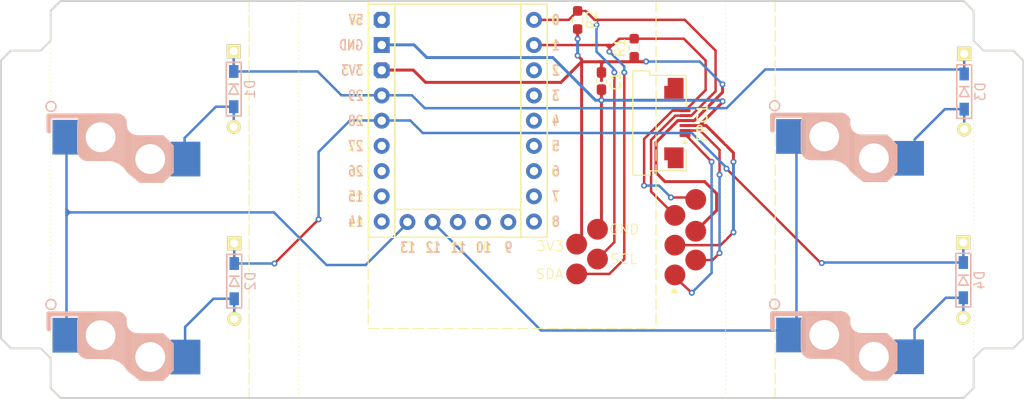
<source format=kicad_pcb>
(kicad_pcb (version 20241229) (generator "pcbnew") (generator_version "9.0")
  (layers (0 "F.Cu" signal) (2 "B.Cu" signal) (13 "F.Paste" user) (15 "B.Paste" user) (5 "F.SilkS" user "F.Silkscreen") (7 "B.SilkS" user "B.Silkscreen") (1 "F.Mask" user) (3 "B.Mask" user) (25 "Edge.Cuts" user))
  (net 0 "")
  (net 1 "GND")
  (net 2 "3V3")
  (net 3 "Net-(D1-A)")
  (net 4 "Row0")
  (net 5 "Row1")
  (net 6 "Net-(D2-A)")
  (net 7 "Net-(D3-A)")
  (net 8 "Net-(D4-A)")
  (net 9 "SDA")
  (net 10 "SCL")
  (net 11 "Col0")
  (net 12 "Col1")
  (net 23 "VCC")
  (net 28 "unconnected-(FPC1-Pad1)")
  (net 29 "unconnected-(FPC1-Pad2)")
  (footprint "kbd_Parts:Diode_TH_SMD" (layer "F.Cu") (at 43.5 48.225 -90)
    (property "Reference" "D2" (at 0 -1.63 90) (layer "B.SilkS") (effects (font (thickness 0.125)) (justify mirror)))
    (property "Value" "D" (hide yes))
    (pad "1" thru_hole rect (at -3.81 0 270) (size 1.397 1.397) (drill 0.8128) (layers "*.Cu" "*.Mask" "F.SilkS") (net 5 "Row1"))
    (pad "1" smd rect (at -1.775 0 270) (size 1.3 0.95) (layers "B.Cu" "B.Mask" "B.Paste") (net 5 "Row1"))
    (pad "2" smd rect (at 1.775 0 270) (size 1.3 0.95) (layers "B.Cu" "B.Mask" "B.Paste") (net 6 "Net-(D2-A)"))
    (pad "2" thru_hole circle (at 3.81 0 270) (size 1.397 1.397) (drill 0.8128) (layers "*.Cu" "*.Mask" "F.SilkS") (net 6 "Net-(D2-A)"))
  )
  (footprint "kbd_Parts:Diode_TH_SMD" (layer "F.Cu") (at 43.45 28.875 -90)
    (property "Reference" "D1" (at 0 -1.63 90) (layer "B.SilkS") (effects (font (thickness 0.125)) (justify mirror)))
    (property "Value" "D" (hide yes))
    (pad "1" thru_hole rect (at -3.81 0 270) (size 1.397 1.397) (drill 0.8128) (layers "*.Cu" "*.Mask" "F.SilkS") (net 4 "Row0"))
    (pad "1" smd rect (at -1.775 0 270) (size 1.3 0.95) (layers "B.Cu" "B.Mask" "B.Paste") (net 4 "Row0"))
    (pad "2" smd rect (at 1.775 0 270) (size 1.3 0.95) (layers "B.Cu" "B.Mask" "B.Paste") (net 3 "Net-(D1-A)"))
    (pad "2" thru_hole circle (at 3.81 0 270) (size 1.397 1.397) (drill 0.8128) (layers "*.Cu" "*.Mask" "F.SilkS") (net 3 "Net-(D1-A)"))
  )
  (footprint "isw-kbd:M2_ScrewHole" (layer "F.Cu") (at 47.5 58)
    (property "Reference" "Ref**" (hide yes))
    (property "Value" "M2_ScrewHole" (hide yes))
    (pad "" np_thru_hole circle (at 0 0) (size 2.2 2.2) (drill 2.2) (layers "*.Cu" "*.Mask"))
  )
  (footprint "kbd_SW:Choc_v2_Hotswap_1u" (layer "F.Cu") (at 107.95 49.95)
    (property "Reference" "SW4" (hide yes))
    (property "Value" "SW_PUSH" (hide yes))
    (pad "" np_thru_hole circle (at -5 3.7 90) (size 3 3) (drill 3) (layers "*.Cu" "*.Mask"))
    (pad "" np_thru_hole circle (at 0 0 90) (size 4.8 4.8) (drill 4.8) (layers "*.Cu" "*.Mask"))
    (pad "" np_thru_hole circle (at 0 5.9 90) (size 3 3) (drill 3) (layers "*.Cu" "*.Mask"))
    (pad "" np_thru_hole circle (at 5 -5.55) (size 1 1) (drill oval 1) (layers "*.Cu" "*.Mask"))
    (pad "1" smd rect (at -8.35 3.7 180) (size 3 3.5) (layers "B.Cu" "B.Mask" "B.Paste") (net 12 "Col1"))
    (pad "2" smd rect (at 3.55 5.9 180) (size 3 3.5) (layers "B.Cu" "B.Mask" "B.Paste") (net 8 "Net-(D4-A)"))
  )
  (footprint "kbd_Parts:Diode_TH_SMD" (layer "F.Cu") (at 116.9625 48.125 -90)
    (property "Reference" "D4" (at 0 -1.63 90) (layer "B.SilkS") (effects (font (thickness 0.125)) (justify mirror)))
    (property "Value" "D" (hide yes))
    (pad "1" thru_hole rect (at -3.81 0 270) (size 1.397 1.397) (drill 0.8128) (layers "*.Cu" "*.Mask" "F.SilkS") (net 5 "Row1"))
    (pad "1" smd rect (at -1.775 0 270) (size 1.3 0.95) (layers "B.Cu" "B.Mask" "B.Paste") (net 5 "Row1"))
    (pad "2" smd rect (at 1.775 0 270) (size 1.3 0.95) (layers "B.Cu" "B.Mask" "B.Paste") (net 8 "Net-(D4-A)"))
    (pad "2" thru_hole circle (at 3.81 0 270) (size 1.397 1.397) (drill 0.8128) (layers "*.Cu" "*.Mask" "F.SilkS") (net 8 "Net-(D4-A)"))
  )
  (footprint "isw-kbd:M2_ScrewHole" (layer "F.Cu") (at 95.5 58)
    (property "Reference" "Ref**" (hide yes))
    (property "Value" "M2_ScrewHole" (hide yes))
    (pad "" np_thru_hole circle (at 0 0) (size 2.2 2.2) (drill 2.2) (layers "*.Cu" "*.Mask"))
  )
  (footprint "kbd_SW:Choc_v2_Hotswap_1u" (layer "F.Cu") (at 107.95 29.95)
    (property "Reference" "SW3" (hide yes))
    (property "Value" "SW_PUSH" (hide yes))
    (pad "" np_thru_hole circle (at -5 3.7 90) (size 3 3) (drill 3) (layers "*.Cu" "*.Mask"))
    (pad "" np_thru_hole circle (at 0 0 90) (size 4.8 4.8) (drill 4.8) (layers "*.Cu" "*.Mask"))
    (pad "" np_thru_hole circle (at 0 5.9 90) (size 3 3) (drill 3) (layers "*.Cu" "*.Mask"))
    (pad "" np_thru_hole circle (at 5 -5.55) (size 1 1) (drill oval 1) (layers "*.Cu" "*.Mask"))
    (pad "1" smd rect (at -8.35 3.7 180) (size 3 3.5) (layers "B.Cu" "B.Mask" "B.Paste") (net 12 "Col1"))
    (pad "2" smd rect (at 3.55 5.9 180) (size 3 3.5) (layers "B.Cu" "B.Mask" "B.Paste") (net 7 "Net-(D3-A)"))
  )
  (footprint "isw-kbd:RP2040-Zero" (layer "F.Cu") (at 66.03 32.06)
    (property "Reference" "U1" (hide yes))
    (property "Value" "RP2040-Zero" (hide yes))
    (fp_text user "29" (at -9.431905 -1.93825 0) (layer "F.SilkS") (effects (font (size 1 0.8)) (justify right bottom)))
    (fp_text user "2" (at 9.308095 -4.47825 0) (layer "F.SilkS") (effects (font (size 1 0.8)) (justify left bottom)))
    (fp_text user "26" (at -9.431905 5.68175 0) (layer "F.SilkS") (effects (font (size 1 0.8)) (justify right bottom)))
    (fp_text user "7" (at 9.308095 8.22175 0) (layer "F.SilkS") (effects (font (size 1 0.8)) (justify left bottom)))
    (fp_text user "3V3" (at -9.431905 -4.47825 0) (layer "F.SilkS") (effects (font (size 1 0.8)) (justify right bottom)))
    (fp_text user "4" (at 9.308095 0.60175 0) (layer "F.SilkS") (effects (font (size 1 0.8)) (justify left bottom)))
    (fp_text user "13" (at -6 13.3635 0) (layer "F.SilkS") (effects (font (size 1 0.8)) (justify left bottom)))
    (fp_text user "10" (at 1.62 13.3635 0) (layer "F.SilkS") (effects (font (size 1 0.8)) (justify left bottom)))
    (fp_text user "28" (at -9.431905 0.60175 0) (layer "F.SilkS") (effects (font (size 1 0.8)) (justify right bottom)))
    (fp_text user "0" (at 9.308095 -9.55825 0) (layer "F.SilkS") (effects (font (size 1 0.8)) (justify left bottom)))
    (fp_text user "11" (at -0.92 13.3635 0) (layer "F.SilkS") (effects (font (size 1 0.8)) (justify left bottom)))
    (fp_text user "6" (at 9.308095 5.68175 0) (layer "F.SilkS") (effects (font (size 1 0.8)) (justify left bottom)))
    (fp_text user "GND" (at -9.431905 -7.01825 0) (layer "F.SilkS") (effects (font (size 1 0.8)) (justify right bottom)))
    (fp_text user "12" (at -3.46 13.3635 0) (layer "F.SilkS") (effects (font (size 1 0.8)) (justify left bottom)))
    (fp_text user "27" (at -9.431905 3.14175 0) (layer "F.SilkS") (effects (font (size 1 0.8)) (justify right bottom)))
    (fp_text user "5V" (at -9.431905 -9.55825 0) (layer "F.SilkS") (effects (font (size 1 0.8)) (justify right bottom)))
    (fp_text user "14" (at -9.431905 10.76175 0) (layer "F.SilkS") (effects (font (size 1 0.8)) (justify right bottom)))
    (fp_text user "3" (at 9.308095 -1.93825 0) (layer "F.SilkS") (effects (font (size 1 0.8)) (justify left bottom)))
    (fp_text user "9" (at 4.540953 13.3635 0) (layer "F.SilkS") (effects (font (size 1 0.8)) (justify left bottom)))
    (fp_text user "5" (at 9.308095 3.14175 0) (layer "F.SilkS") (effects (font (size 1 0.8)) (justify left bottom)))
    (fp_text user "1" (at 9.308095 -7.01825 0) (layer "F.SilkS") (effects (font (size 1 0.8)) (justify left bottom)))
    (fp_text user "15" (at -9.431905 8.22175 0) (layer "F.SilkS") (effects (font (size 1 0.8)) (justify right bottom)))
    (fp_text user "8" (at 9.308095 10.76175 0) (layer "F.SilkS") (effects (font (size 1 0.8)) (justify left bottom)))
    (fp_text user "5" (at 10.36 3.14175 0) (layer "B.SilkS") (effects (font (size 1 0.8)) (justify left bottom mirror)))
    (fp_text user "GND" (at -9.431905 -7.01825 0) (layer "B.SilkS") (effects (font (size 1 0.8)) (justify left bottom mirror)))
    (fp_text user "14" (at -9.431905 10.76175 0) (layer "B.SilkS") (effects (font (size 1 0.8)) (justify left bottom mirror)))
    (fp_text user "26" (at -9.431905 5.68175 0) (layer "B.SilkS") (effects (font (size 1 0.8)) (justify left bottom mirror)))
    (fp_text user "7" (at 10.36 8.22175 0) (layer "B.SilkS") (effects (font (size 1 0.8)) (justify left bottom mirror)))
    (fp_text user "28" (at -9.431905 0.60175 0) (layer "B.SilkS") (effects (font (size 1 0.8)) (justify left bottom mirror)))
    (fp_text user "2" (at 10.36 -4.47825 0) (layer "B.SilkS") (effects (font (size 1 0.8)) (justify left bottom mirror)))
    (fp_text user "3V3" (at -9.431905 -4.47825 0) (layer "B.SilkS") (effects (font (size 1 0.8)) (justify left bottom mirror)))
    (fp_text user "1" (at 10.36 -7.01825 0) (layer "B.SilkS") (effects (font (size 1 0.8)) (justify left bottom mirror)))
    (fp_text user "6" (at 10.36 5.68175 0) (layer "B.SilkS") (effects (font (size 1 0.8)) (justify left bottom mirror)))
    (fp_text user "0" (at 10.36 -9.55825 0) (layer "B.SilkS") (effects (font (size 1 0.8)) (justify left bottom mirror)))
    (fp_text user "9" (at 5.605953 13.3635 0) (layer "B.SilkS") (effects (font (size 1 0.8)) (justify left bottom mirror)))
    (fp_text user "29" (at -9.431905 -1.93825 0) (layer "B.SilkS") (effects (font (size 1 0.8)) (justify left bottom mirror)))
    (fp_text user "8" (at 10.36 10.76175 0) (layer "B.SilkS") (effects (font (size 1 0.8)) (justify left bottom mirror)))
    (fp_text user "11" (at 0.92 13.3635 0) (layer "B.SilkS") (effects (font (size 1 0.8)) (justify left bottom mirror)))
    (fp_text user "13" (at -4.173095 13.3635 0) (layer "B.SilkS") (effects (font (size 1 0.8)) (justify left bottom mirror)))
    (fp_text user "3" (at 10.36 -1.93825 0) (layer "B.SilkS") (effects (font (size 1 0.8)) (justify left bottom mirror)))
    (fp_text user "4" (at 10.36 0.60175 0) (layer "B.SilkS") (effects (font (size 1 0.8)) (justify left bottom mirror)))
    (fp_text user "27" (at -9.431905 3.14175 0) (layer "B.SilkS") (effects (font (size 1 0.8)) (justify left bottom mirror)))
    (fp_text user "15" (at -9.431905 8.22175 0) (layer "B.SilkS") (effects (font (size 1 0.8)) (justify left bottom mirror)))
    (fp_text user "10" (at 3.46 13.3635 0) (layer "B.SilkS") (effects (font (size 1 0.8)) (justify left bottom mirror)))
    (fp_text user "5V" (at -9.431905 -9.55825 0) (layer "B.SilkS") (effects (font (size 1 0.8)) (justify left bottom mirror)))
    (fp_text user "12" (at -1.62 13.3635 0) (layer "B.SilkS") (effects (font (size 1 0.8)) (justify left bottom mirror)))
    (pad "0" thru_hole circle (at 7.67 -10.16 180) (size 1.6 1.6) (drill 0.85) (layers "*.Cu" "*.Mask") (net 10 "SCL"))
    (pad "1" thru_hole circle (at 7.67 -7.62 180) (size 1.6 1.6) (drill 0.85) (layers "*.Cu" "*.Mask") (net 9 "SDA"))
    (pad "2" thru_hole circle (at 7.67 -5.08 180) (size 1.6 1.6) (drill 0.85) (layers "*.Cu" "*.Mask"))
    (pad "3" thru_hole circle (at 7.67 -2.54 180) (size 1.6 1.6) (drill 0.85) (layers "*.Cu" "*.Mask"))
    (pad "4" thru_hole circle (at 7.67 0 180) (size 1.6 1.6) (drill 0.85) (layers "*.Cu" "*.Mask"))
    (pad "5" thru_hole circle (at 7.67 2.54 180) (size 1.6 1.6) (drill 0.85) (layers "*.Cu" "*.Mask"))
    (pad "6" thru_hole circle (at 7.67 5.08 180) (size 1.6 1.6) (drill 0.85) (layers "*.Cu" "*.Mask"))
    (pad "7" thru_hole circle (at 7.67 7.62 180) (size 1.6 1.6) (drill 0.85) (layers "*.Cu" "*.Mask"))
    (pad "8" thru_hole circle (at 7.67 10.16 180) (size 1.6 1.6) (drill 0.85) (layers "*.Cu" "*.Mask"))
    (pad "9" thru_hole circle (at 5.08 10.21 90) (size 1.6 1.6) (drill 0.85) (layers "*.Cu" "*.Mask"))
    (pad "10" thru_hole circle (at 2.54 10.21 90) (size 1.6 1.6) (drill 0.85) (layers "*.Cu" "*.Mask"))
    (pad "11" thru_hole circle (at 0 10.21 90) (size 1.6 1.6) (drill 0.85) (layers "*.Cu" "*.Mask"))
    (pad "12" thru_hole circle (at -2.54 10.21 90) (size 1.6 1.6) (drill 0.85) (layers "*.Cu" "*.Mask") (net 12 "Col1"))
    (pad "13" thru_hole circle (at -5.08 10.21 90) (size 1.6 1.6) (drill 0.85) (layers "*.Cu" "*.Mask") (net 11 "Col0"))
    (pad "14" thru_hole circle (at -7.67 10.16) (size 1.6 1.6) (drill 0.85) (layers "*.Cu" "*.Mask"))
    (pad "15" thru_hole circle (at -7.67 7.62) (size 1.6 1.6) (drill 0.85) (layers "*.Cu" "*.Mask"))
    (pad "26" thru_hole circle (at -7.67 5.08) (size 1.6 1.6) (drill 0.85) (layers "*.Cu" "*.Mask"))
    (pad "27" thru_hole circle (at -7.67 2.54) (size 1.6 1.6) (drill 0.85) (layers "*.Cu" "*.Mask"))
    (pad "28" thru_hole circle (at -7.67 0) (size 1.6 1.6) (drill 0.85) (layers "*.Cu" "*.Mask") (net 5 "Row1"))
    (pad "29" thru_hole circle (at -7.67 -2.54) (size 1.6 1.6) (drill 0.85) (layers "*.Cu" "*.Mask") (net 4 "Row0"))
    (pad "30" thru_hole roundrect (at -7.67 -5.08) (size 1.6 1.6) (drill 0.85) (layers "*.Cu" "*.Mask") (roundrect_rratio 0) (chamfer_ratio 0.2) (chamfer top_left top_right bottom_left bottom_right) (net 2 "3V3"))
    (pad "31" thru_hole rect (at -7.67 -7.62) (size 1.6 1.6) (drill 0.85) (layers "*.Cu" "*.Mask") (net 1 "GND"))
    (pad "32" thru_hole roundrect (at -7.67 -10.16) (size 1.6 1.6) (drill 0.85) (layers "*.Cu" "*.Mask") (roundrect_rratio 0) (chamfer_ratio 0.2) (chamfer top_left top_right bottom_left bottom_right) (net 23 "VCC"))
  )
  (footprint "isw-kbd:M2_ScrewHole" (layer "F.Cu") (at 47.5 22)
    (property "Reference" "Ref**" (hide yes))
    (property "Value" "M2_ScrewHole" (hide yes))
    (pad "" np_thru_hole circle (at 0 0) (size 2.2 2.2) (drill 2.2) (layers "*.Cu" "*.Mask"))
  )
  (footprint "kbd_SW:Choc_v2_Hotswap_1u" (layer "F.Cu") (at 35.0375 49.975)
    (property "Reference" "SW2" (hide yes))
    (property "Value" "SW_PUSH" (hide yes))
    (pad "" np_thru_hole circle (at -5 3.7 90) (size 3 3) (drill 3) (layers "*.Cu" "*.Mask"))
    (pad "" np_thru_hole circle (at 0 0 90) (size 4.8 4.8) (drill 4.8) (layers "*.Cu" "*.Mask"))
    (pad "" np_thru_hole circle (at 0 5.9 90) (size 3 3) (drill 3) (layers "*.Cu" "*.Mask"))
    (pad "" np_thru_hole circle (at 5 -5.55) (size 1 1) (drill oval 1) (layers "*.Cu" "*.Mask"))
    (pad "1" smd rect (at -8.35 3.7 180) (size 3 3.5) (layers "B.Cu" "B.Mask" "B.Paste") (net 11 "Col0"))
    (pad "2" smd rect (at 3.55 5.9 180) (size 3 3.5) (layers "B.Cu" "B.Mask" "B.Paste") (net 6 "Net-(D2-A)"))
  )
  (footprint "kbd_Parts:Diode_TH_SMD" (layer "F.Cu") (at 117.05 29.125 -90)
    (property "Reference" "D3" (at 0 -1.63 90) (layer "B.SilkS") (effects (font (thickness 0.125)) (justify mirror)))
    (property "Value" "D" (hide yes))
    (pad "1" thru_hole rect (at -3.81 0 270) (size 1.397 1.397) (drill 0.8128) (layers "*.Cu" "*.Mask" "F.SilkS") (net 4 "Row0"))
    (pad "1" smd rect (at -1.775 0 270) (size 1.3 0.95) (layers "B.Cu" "B.Mask" "B.Paste") (net 4 "Row0"))
    (pad "2" smd rect (at 1.775 0 270) (size 1.3 0.95) (layers "B.Cu" "B.Mask" "B.Paste") (net 7 "Net-(D3-A)"))
    (pad "2" thru_hole circle (at 3.81 0 270) (size 1.397 1.397) (drill 0.8128) (layers "*.Cu" "*.Mask" "F.SilkS") (net 7 "Net-(D3-A)"))
  )
  (footprint "isw-kbd:M2_ScrewHole" (layer "F.Cu") (at 95.5 22)
    (property "Reference" "Ref**" (hide yes))
    (property "Value" "M2_ScrewHole" (hide yes))
    (pad "" np_thru_hole circle (at 0 0) (size 2.2 2.2) (drill 2.2) (layers "*.Cu" "*.Mask"))
  )
  (footprint "Capacitor_SMD:C_0603_1608Metric_Pad1.08x0.95mm_HandSolder" (layer "F.Cu") (at 80.5 28.0625 -90)
    (property "Reference" "C1" (at 0 -1.43 270) (layer "F.SilkS"))
    (property "Value" "10u")
    (pad "1" smd roundrect (at -0.8625 0 270) (size 1.075 0.95) (layers "F.Cu" "F.Mask" "F.Paste") (net 2 "3V3"))
    (pad "2" smd roundrect (at 0.8625 0 270) (size 1.075 0.95) (layers "F.Cu" "F.Mask" "F.Paste") (net 1 "GND"))
  )
  (footprint "Resistor_SMD:R_0603_1608Metric_Pad0.98x0.95mm_HandSolder" (layer "F.Cu") (at 83.8 24.7125 90)
    (property "Reference" "R1" (at 0 -1.43 90) (layer "F.SilkS"))
    (property "Value" "1k")
    (pad "1" smd roundrect (at -0.9125 0 90) (size 0.975 0.95) (layers "F.Cu" "F.Mask" "F.Paste") (net 2 "3V3"))
    (pad "2" smd roundrect (at 0.9125 0 90) (size 0.975 0.95) (layers "F.Cu" "F.Mask" "F.Paste") (net 9 "SDA"))
  )
  (footprint "Connector_FFC-FPC:FPC-6p-P0.5mm" (layer "F.Cu") (at 86.025 32.3 -90)
    (property "Reference" "FPC1" (at 0 -4.650001 90) (layer "F.SilkS"))
    (property "Value" "~")
    (pad "1" smd roundrect (at 1.25 -2.9 270) (size 0.3 1.1) (layers "F.Cu" "F.Mask" "F.Paste") (net 28 "unconnected-(FPC1-Pad1)"))
    (pad "2" smd roundrect (at 0.75 -2.9 270) (size 0.3 1.1) (layers "F.Cu" "F.Mask" "F.Paste") (net 29 "unconnected-(FPC1-Pad2)"))
    (pad "3" smd roundrect (at 0.25 -2.9 270) (size 0.3 1.1) (layers "F.Cu" "F.Mask" "F.Paste") (net 1 "GND"))
    (pad "4" smd roundrect (at -0.25 -2.9 270) (size 0.3 1.1) (layers "F.Cu" "F.Mask" "F.Paste") (net 2 "3V3"))
    (pad "5" smd roundrect (at -0.75 -2.9 270) (size 0.3 1.1) (layers "F.Cu" "F.Mask" "F.Paste") (net 10 "SCL"))
    (pad "6" smd roundrect (at -1.25 -2.9 270) (size 0.3 1.1) (layers "F.Cu" "F.Mask" "F.Paste") (net 9 "SDA"))
    (pad "7" smd custom (at -3.5 -1.775 270) (size 1 1) (layers "F.Cu" "F.Mask" "F.Paste") (options (clearance outline) (anchor circle)) (primitives (gr_poly (pts (xy 1.05 -0.975) (xy 1.05 0.975) (xy -0.25 0.975) (xy -0.25 0.625) (xy -1.05 0.625) (xy -1.05 -0.975)) (width 0) (fill yes))))
    (pad "8" smd custom (at 3.5 -1.775 270) (size 1 1) (layers "F.Cu" "F.Mask" "F.Paste") (options (clearance outline) (anchor circle)) (primitives (gr_poly (pts (xy -1.05 -0.975) (xy -1.05 0.975) (xy 0.25 0.975) (xy 0.25 0.625) (xy 1.05 0.625) (xy 1.05 -0.975)) (width 0) (fill yes))))
  )
  (footprint "Resistor_SMD:R_0603_1608Metric_Pad0.98x0.95mm_HandSolder" (layer "F.Cu") (at 78.1 21.9125 -90)
    (property "Reference" "R2" (at 0 -1.43 270) (layer "F.SilkS"))
    (property "Value" "1k")
    (pad "1" smd roundrect (at -0.9125 0 270) (size 0.975 0.95) (layers "F.Cu" "F.Mask" "F.Paste") (net 10 "SCL"))
    (pad "2" smd roundrect (at 0.9125 0 270) (size 0.975 0.95) (layers "F.Cu" "F.Mask" "F.Paste") (net 2 "3V3"))
  )
  (footprint "kbd_SW:Choc_v2_Hotswap_1u" (layer "F.Cu") (at 35.0375 30.025)
    (property "Reference" "SW1" (hide yes))
    (property "Value" "SW_PUSH" (hide yes))
    (pad "" np_thru_hole circle (at -5 3.7 90) (size 3 3) (drill 3) (layers "*.Cu" "*.Mask"))
    (pad "" np_thru_hole circle (at 0 0 90) (size 4.8 4.8) (drill 4.8) (layers "*.Cu" "*.Mask"))
    (pad "" np_thru_hole circle (at 0 5.9 90) (size 3 3) (drill 3) (layers "*.Cu" "*.Mask"))
    (pad "" np_thru_hole circle (at 5 -5.55) (size 1 1) (drill oval 1) (layers "*.Cu" "*.Mask"))
    (pad "1" smd rect (at -8.35 3.7 180) (size 3 3.5) (layers "B.Cu" "B.Mask" "B.Paste") (net 11 "Col0"))
    (pad "2" smd rect (at 3.55 5.9 180) (size 3 3.5) (layers "B.Cu" "B.Mask" "B.Paste") (net 3 "Net-(D1-A)"))
  )
  (gr_circle (center 90 40) (end 90.8 40.6) (stroke (width 0.1)) (fill yes) (layer "F.Cu") (net 9))
  (gr_circle (center 90 46.1) (end 90.8 46.7) (stroke (width 0.1)) (fill yes) (layer "F.Cu") (net 29))
  (gr_circle (center 80.1 46) (end 80.9 46.6) (stroke (width 0.1)) (fill yes) (layer "F.Cu") (net 10))
  (gr_circle (center 80.1 43) (end 80.9 43.6) (stroke (width 0.1)) (fill yes) (layer "F.Cu") (net 1))
  (gr_circle (center 78 47.5) (end 78.8 48.1) (stroke (width 0.1)) (fill yes) (layer "F.Cu") (net 9))
  (gr_circle (center 90 43.2) (end 90.8 43.8) (stroke (width 0.1)) (fill yes) (layer "F.Cu") (net 2))
  (gr_circle (center 87.9 41.6) (end 88.7 42.2) (stroke (width 0.1)) (fill yes) (layer "F.Cu") (net 10))
  (gr_circle (center 87.9 44.6) (end 88.7 45.2) (stroke (width 0.1)) (fill yes) (layer "F.Cu") (net 1))
  (gr_circle (center 78 44.5) (end 78.8 45.1) (stroke (width 0.1)) (fill yes) (layer "F.Cu") (net 2))
  (gr_line (start 89.6 49.4) (end 88.3 48.2) (stroke (width 0.25)) (layer "F.Cu") (net 28))
  (gr_line (start 89.1 33.6) (end 91.6 36.2) (stroke (width 0.25)) (layer "F.Cu") (net 28))
  (gr_circle (center 87.9 47.6) (end 88.7 48.2) (stroke (width 0.1)) (fill yes) (layer "F.Cu") (net 28))
  (gr_line (start 91.6 36.2) (end 91.6 47.4) (stroke (width 0.25)) (layer "B.Cu") (net 28))
  (gr_line (start 91.6 47.4) (end 89.6 49.4) (stroke (width 0.25)) (layer "B.Cu") (net 28))
  (gr_line (start 57 20) (end 57 53) (stroke (width 0.1) (type dash)) (layer "F.SilkS"))
  (gr_line (start 57 53) (end 86 53) (stroke (width 0.1) (type dash)) (layer "F.SilkS"))
  (gr_line (start 118 24) (end 118 56) (stroke (width 0.1) (type dot)) (layer "F.SilkS"))
  (gr_line (start 45 20) (end 45 60) (stroke (width 0.1) (type dash)) (layer "F.SilkS"))
  (gr_line (start 25 24) (end 25 56) (stroke (width 0.1) (type dot)) (layer "F.SilkS"))
  (gr_line (start 86 20) (end 86 53) (stroke (width 0.1) (type dash)) (layer "F.SilkS"))
  (gr_line (start 50 20) (end 50 60) (stroke (width 0.1) (type dot)) (layer "F.SilkS"))
  (gr_poly (pts (xy 87.8 49) (xy 87.5 49.4) (xy 88.2 49.4) (xy 87.9 49)) (stroke (width 0.1)) (fill yes) (layer "F.SilkS"))
  (gr_line (start 98 20) (end 98 60) (stroke (width 0.1) (type dash)) (layer "F.SilkS"))
  (gr_line (start 93 20) (end 93 60) (stroke (width 0.1) (type dot)) (layer "F.SilkS"))
  (gr_line (start 20 26) (end 20 54) (stroke (width 0.2)) (layer "Edge.Cuts"))
  (gr_line (start 26 60) (end 117 60) (stroke (width 0.2)) (layer "Edge.Cuts"))
  (gr_line (start 123 26) (end 123 54) (stroke (width 0.2)) (layer "Edge.Cuts"))
  (gr_line (start 25 56) (end 24 55) (stroke (width 0.2)) (layer "Edge.Cuts"))
  (gr_line (start 118 59) (end 118 56) (stroke (width 0.2)) (layer "Edge.Cuts"))
  (gr_line (start 122 55) (end 119 55) (stroke (width 0.2)) (layer "Edge.Cuts"))
  (gr_line (start 118 24) (end 119 25) (stroke (width 0.2)) (layer "Edge.Cuts"))
  (gr_line (start 25 59) (end 26 60) (stroke (width 0.2)) (layer "Edge.Cuts"))
  (gr_line (start 122 55) (end 123 54) (stroke (width 0.2)) (layer "Edge.Cuts"))
  (gr_line (start 118 21) (end 117 20) (stroke (width 0.2)) (layer "Edge.Cuts"))
  (gr_line (start 118 59) (end 117 60) (stroke (width 0.2)) (layer "Edge.Cuts"))
  (gr_line (start 118 21) (end 118 24) (stroke (width 0.2)) (layer "Edge.Cuts"))
  (gr_line (start 21 25) (end 20 26) (stroke (width 0.2)) (layer "Edge.Cuts"))
  (gr_line (start 25 24) (end 24 25) (stroke (width 0.2)) (layer "Edge.Cuts"))
  (gr_line (start 21 25) (end 24 25) (stroke (width 0.2)) (layer "Edge.Cuts"))
  (gr_line (start 26 20) (end 117 20) (stroke (width 0.2)) (layer "Edge.Cuts"))
  (gr_line (start 25 59) (end 25 56) (stroke (width 0.2)) (layer "Edge.Cuts"))
  (gr_line (start 25 21) (end 25 24) (stroke (width 0.2)) (layer "Edge.Cuts"))
  (gr_line (start 122 25) (end 123 26) (stroke (width 0.2)) (layer "Edge.Cuts"))
  (gr_line (start 118 56) (end 119 55) (stroke (width 0.2)) (layer "Edge.Cuts"))
  (gr_line (start 21 55) (end 24 55) (stroke (width 0.2)) (layer "Edge.Cuts"))
  (gr_line (start 122 25) (end 119 25) (stroke (width 0.2)) (layer "Edge.Cuts"))
  (gr_line (start 25 21) (end 26 20) (stroke (width 0.2)) (layer "Edge.Cuts"))
  (gr_line (start 21 55) (end 20 54) (stroke (width 0.2)) (layer "Edge.Cuts"))
  (gr_text "SDA" (at 73.8 48.1 0) (layer "F.SilkS") (effects (font (size 1 1) (thickness 0.1)) (justify left bottom)))
  (gr_text "GND" (at 81.2 43.6 0) (layer "F.SilkS") (effects (font (size 1 1) (thickness 0.1)) (justify left bottom)))
  (gr_text "3V3" (at 73.9 45.3 0) (layer "F.SilkS") (effects (font (size 1 1) (thickness 0.1)) (justify left bottom)))
  (gr_text "SCL" (at 81.3 46.6 0) (layer "F.SilkS") (effects (font (size 1 1) (thickness 0.1)) (justify left bottom)))
  (segment (start 90.4 32.55) (end 90.6 32.55) (width 0.3) (layer "F.Cu") (net 1))
  (segment (start 92.5 44.6) (end 87.9 44.6) (width 0.25) (layer "F.Cu") (net 1))
  (segment (start 80.5 42.6) (end 80.1 43) (width 0.2) (layer "F.Cu") (net 1))
  (segment (start 93.8 43.3) (end 92.5 44.6) (width 0.25) (layer "F.Cu") (net 1))
  (segment (start 92.6 30.3) (end 90.6 32.3) (width 0.3) (layer "F.Cu") (net 1))
  (segment (start 90.6 32.35) (end 90.8 32.55) (width 0.3) (layer "F.Cu") (net 1))
  (segment (start 80.5 30) (end 80.5 28.665) (width 0.3) (layer "F.Cu") (net 1))
  (segment (start 90.6 32.55) (end 90.8 32.55) (width 0.3) (layer "F.Cu") (net 1))
  (segment (start 88.925 32.55) (end 90.4 32.55) (width 0.3) (layer "F.Cu") (net 1))
  (segment (start 92.70962 30.29038) (end 92.7 30.3) (width 0.25) (layer "F.Cu") (net 1))
  (segment (start 90.6 32.3) (end 90.6 32.35) (width 0.3) (layer "F.Cu") (net 1))
  (segment (start 80.5 30) (end 80.5 42.6) (width 0.3) (layer "F.Cu") (net 1))
  (segment (start 92.7 30.3) (end 92.6 30.3) (width 0.25) (layer "F.Cu") (net 1))
  (segment (start 93.8 35.3) (end 93.8 36.2) (width 0.3) (layer "F.Cu") (net 1))
  (segment (start 92.70962 30.10962) (end 92.70962 30.29038) (width 0.25) (layer "F.Cu") (net 1))
  (segment (start 91.05 32.55) (end 93.8 35.3) (width 0.3) (layer "F.Cu") (net 1))
  (segment (start 90.6 32.35) (end 90.4 32.55) (width 0.3) (layer "F.Cu") (net 1))
  (segment (start 90.8 32.55) (end 91.05 32.55) (width 0.3) (layer "F.Cu") (net 1))
  (via (at 93.8 43.3) (size 0.6) (drill 0.3) (layers "F.Cu" "B.Cu") (net 1))
  (via (at 93.8 36.2) (size 0.6) (drill 0.3) (layers "F.Cu" "B.Cu") (net 1))
  (via (at 92.70962 30.10962) (size 0.6) (drill 0.3) (layers "F.Cu" "B.Cu") (net 1))
  (via (at 80.5 30) (size 0.6) (drill 0.3) (layers "F.Cu" "B.Cu") (net 1))
  (segment (start 80.5 30) (end 80.5 29.8) (width 0.3) (layer "B.Cu") (net 1))
  (segment (start 92.6 30) (end 80.7 30) (width 0.3) (layer "B.Cu") (net 1))
  (segment (start 62.7 25.5) (end 62.9 25.7) (width 0.3) (layer "B.Cu") (net 1))
  (segment (start 62.9 25.7) (end 75.3 25.7) (width 0.3) (layer "B.Cu") (net 1))
  (segment (start 61.62 24.42) (end 62.7 25.5) (width 0.3) (layer "B.Cu") (net 1))
  (segment (start 61.58 24.42) (end 61.62 24.42) (width 0.2) (layer "B.Cu") (net 1))
  (segment (start 92.70962 30.10962) (end 92.6 30) (width 0.2) (layer "B.Cu") (net 1))
  (segment (start 80.5 29.8) (end 80.3 30) (width 0.3) (layer "B.Cu") (net 1))
  (segment (start 75.6 25.7) (end 79.9 30) (width 0.3) (layer "B.Cu") (net 1))
  (segment (start 80.3 30) (end 80.5 30) (width 0.3) (layer "B.Cu") (net 1))
  (segment (start 79.9 30) (end 80.3 30) (width 0.3) (layer "B.Cu") (net 1))
  (segment (start 80.5 29.8) (end 80.7 30) (width 0.3) (layer "B.Cu") (net 1))
  (segment (start 61.58 24.42) (end 58.5 24.42) (width 0.3) (layer "B.Cu") (net 1))
  (segment (start 80.5 30) (end 80.7 30) (width 0.3) (layer "B.Cu") (net 1))
  (segment (start 75.3 25.7) (end 75.6 25.7) (width 0.3) (layer "B.Cu") (net 1))
  (segment (start 93.8 36.2) (end 93.8 43.3) (width 0.3) (layer "B.Cu") (net 1))
  (segment (start 78.5 25.9) (end 78.1 25.5) (width 0.3) (layer "F.Cu") (net 2))
  (segment (start 88.341176 32.05) (end 88.195588 32.05) (width 0.3) (layer "F.Cu") (net 2))
  (segment (start 86 34.245588) (end 86 37.3) (width 0.3) (layer "F.Cu") (net 2))
  (segment (start 92.7 28.4) (end 92.7 29.2) (width 0.3) (layer "F.Cu") (net 2))
  (segment (start 84.4 26.12) (end 84.295 26.12) (width 0.2) (layer "F.Cu") (net 2))
  (segment (start 80.5 28.025) (end 80.5 26.3) (width 0.3) (layer "F.Cu") (net 2))
  (segment (start 61.54 26.96) (end 62.78 28.2) (width 0.3) (layer "F.Cu") (net 2))
  (segment (start 62.78 28.2) (end 76.42 28.2) (width 0.3) (layer "F.Cu") (net 2))
  (segment (start 84.4 26.12) (end 84.98 26.12) (width 0.3) (layer "F.Cu") (net 2))
  (segment (start 78.5 26.12) (end 78.5 44) (width 0.3) (layer "F.Cu") (net 2))
  (segment (start 88.925 32.05) (end 88.341176 32.05) (width 0.3) (layer "F.Cu") (net 2))
  (segment (start 92.7 29.2) (end 89.85 32.05) (width 0.3) (layer "F.Cu") (net 2))
  (segment (start 89.85 32.05) (end 88.925 32.05) (width 0.3) (layer "F.Cu") (net 2))
  (segment (start 88.195588 32.05) (end 86 34.245588) (width 0.3) (layer "F.Cu") (net 2))
  (segment (start 90.9 38.2) (end 92.1 39.4) (width 0.3) (layer "F.Cu") (net 2))
  (segment (start 80.5 26.12) (end 80.7 26.12) (width 0.3) (layer "F.Cu") (net 2))
  (segment (start 83.2 26.12) (end 84.4 26.12) (width 0.3) (layer "F.Cu") (net 2))
  (segment (start 80.52 26.3) (end 80.48 26.3) (width 0.2) (layer "F.Cu") (net 2))
  (segment (start 80.7 26.12) (end 82.6 26.12) (width 0.3) (layer "F.Cu") (net 2))
  (segment (start 80.3 26.12) (end 80.5 26.12) (width 0.3) (layer "F.Cu") (net 2))
  (segment (start 84.98 26.12) (end 85 26.1) (width 0.2) (layer "F.Cu") (net 2))
  (segment (start 83.305 26.12) (end 83.8 25.625) (width 0.2) (layer "F.Cu") (net 2))
  (segment (start 92.1 39.4) (end 92.1 41.1) (width 0.3) (layer "F.Cu") (net 2))
  (segment (start 80.5 26.3) (end 80.52 26.3) (width 0.2) (layer "F.Cu") (net 2))
  (segment (start 84.295 26.12) (end 83.8 25.625) (width 0.2) (layer "F.Cu") (net 2))
  (segment (start 80.52 26.3) (end 80.7 26.12) (width 0.3) (layer "F.Cu") (net 2))
  (segment (start 76.42 28.2) (end 78.5 26.12) (width 0.3) (layer "F.Cu") (net 2))
  (segment (start 83.2 26.12) (end 83.305 26.12) (width 0.2) (layer "F.Cu") (net 2))
  (segment (start 82.6 26.12) (end 83.2 26.12) (width 0.3) (layer "F.Cu") (net 2))
  (segment (start 86 37.3) (end 86.9 38.2) (width 0.3) (layer "F.Cu") (net 2))
  (segment (start 80.5 26.3) (end 80.5 26.12) (width 0.3) (layer "F.Cu") (net 2))
  (segment (start 86.9 38.2) (end 90.9 38.2) (width 0.3) (layer "F.Cu") (net 2))
  (segment (start 78.5 26.12) (end 80.3 26.12) (width 0.3) (layer "F.Cu") (net 2))
  (segment (start 80.48 26.3) (end 80.3 26.12) (width 0.2) (layer "F.Cu") (net 2))
  (segment (start 58.5 26.96) (end 61.54 26.96) (width 0.3) (layer "F.Cu") (net 2))
  (segment (start 78.5 44) (end 78 44.5) (width 0.2) (layer "F.Cu") (net 2))
  (segment (start 92.1 41.1) (end 90 43.2) (width 0.3) (layer "F.Cu") (net 2))
  (segment (start 78.1 23.815) (end 78.1 22.825) (width 0.3) (layer "F.Cu") (net 2))
  (segment (start 78.5 26.12) (end 78.5 25.9) (width 0.3) (layer "F.Cu") (net 2))
  (via (at 78.1 23.815) (size 0.6) (drill 0.3) (layers "F.Cu" "B.Cu") (net 2))
  (via (at 78.1 25.5) (size 0.6) (drill 0.3) (layers "F.Cu" "B.Cu") (net 2))
  (via (at 92.7 28.4) (size 0.6) (drill 0.3) (layers "F.Cu" "B.Cu") (net 2))
  (via (at 85 26.1) (size 0.6) (drill 0.3) (layers "F.Cu" "B.Cu") (net 2))
  (segment (start 78.1 23.8) (end 78.1 25.5) (width 0.3) (layer "B.Cu") (net 2))
  (segment (start 85 26.1) (end 90.4 26.1) (width 0.25) (layer "B.Cu") (net 2))
  (segment (start 90.4 26.1) (end 92.7 28.4) (width 0.25) (layer "B.Cu") (net 2))
  (segment (start 78.1 23.815) (end 78.1 23.8) (width 0.3) (layer "B.Cu") (net 2))
  (segment (start 43.45 30.65) (end 41.65 30.65) (width 0.25) (layer "B.Cu") (net 3))
  (segment (start 39.635 36.5) (end 38.5 36.5) (width 0.2) (layer "B.Cu") (net 3))
  (segment (start 38.5 33.8) (end 38.5 36.5) (width 0.25) (layer "B.Cu") (net 3))
  (segment (start 41.65 30.65) (end 38.5 33.8) (width 0.25) (layer "B.Cu") (net 3))
  (segment (start 43.45 30.65) (end 43.45 32.685) (width 0.25) (layer "B.Cu") (net 3))
  (segment (start 93.1 30.8) (end 97 26.9) (width 0.25) (layer "B.Cu") (net 4))
  (segment (start 117.05 27.35) (end 117.05 25.315) (width 0.25) (layer "B.Cu") (net 4))
  (segment (start 62.7 30.8) (end 93.1 30.8) (width 0.25) (layer "B.Cu") (net 4))
  (segment (start 97 26.9) (end 116.6 26.9) (width 0.25) (layer "B.Cu") (net 4))
  (segment (start 43.45 27.1) (end 43.45 25.065) (width 0.25) (layer "B.Cu") (net 4))
  (segment (start 54.3 29.5) (end 61.4 29.5) (width 0.25) (layer "B.Cu") (net 4))
  (segment (start 61.4 29.5) (end 62.7 30.8) (width 0.25) (layer "B.Cu") (net 4))
  (segment (start 116.6 26.9) (end 117.05 27.35) (width 0.2) (layer "B.Cu") (net 4))
  (segment (start 43.45 27.1) (end 51.9 27.1) (width 0.25) (layer "B.Cu") (net 4))
  (segment (start 51.9 27.1) (end 54.3 29.5) (width 0.25) (layer "B.Cu") (net 4))
  (segment (start 102.6 46.4) (end 102.7 46.4) (width 0.2) (layer "F.Cu") (net 5))
  (segment (start 47.55 46.45) (end 52 42) (width 0.25) (layer "F.Cu") (net 5))
  (segment (start 93.1 36.9) (end 102.6 46.4) (width 0.25) (layer "F.Cu") (net 5))
  (via (at 102.7 46.4) (size 0.6) (drill 0.3) (layers "F.Cu" "B.Cu") (net 5))
  (via (at 93.1 36.9) (size 0.6) (drill 0.3) (layers "F.Cu" "B.Cu") (net 5))
  (via (at 52 42) (size 0.6) (drill 0.3) (layers "F.Cu" "B.Cu") (net 5))
  (via (at 47.55 46.45) (size 0.6) (drill 0.3) (layers "F.Cu" "B.Cu") (net 5))
  (segment (start 89.6 33.3) (end 93.1 36.8) (width 0.25) (layer "B.Cu") (net 5))
  (segment (start 61.24 32.04) (end 62.5 33.3) (width 0.25) (layer "B.Cu") (net 5))
  (segment (start 55.16 32.04) (end 58.5 32.04) (width 0.25) (layer "B.Cu") (net 5))
  (segment (start 93.1 36.9) (end 93.2 36.9) (width 0.2) (layer "B.Cu") (net 5))
  (segment (start 116.9625 46.35) (end 116.9625 44.315) (width 0.25) (layer "B.Cu") (net 5))
  (segment (start 52 42) (end 52 35.2) (width 0.25) (layer "B.Cu") (net 5))
  (segment (start 62.5 33.3) (end 89.6 33.3) (width 0.25) (layer "B.Cu") (net 5))
  (segment (start 52 35.2) (end 55.16 32.04) (width 0.25) (layer "B.Cu") (net 5))
  (segment (start 61.16 32.04) (end 61.24 32.04) (width 0.25) (layer "B.Cu") (net 5))
  (segment (start 58.5 32.04) (end 61.16 32.04) (width 0.25) (layer "B.Cu") (net 5))
  (segment (start 102.75 46.35) (end 116.9625 46.35) (width 0.25) (layer "B.Cu") (net 5))
  (segment (start 43.5 46.45) (end 43.5 44.415) (width 0.25) (layer "B.Cu") (net 5))
  (segment (start 93.1 36.8) (end 93.1 36.9) (width 0.2) (layer "B.Cu") (net 5))
  (segment (start 102.7 46.4) (end 102.75 46.35) (width 0.2) (layer "B.Cu") (net 5))
  (segment (start 43.5 46.45) (end 47.55 46.45) (width 0.25) (layer "B.Cu") (net 5))
  (segment (start 43.5 50) (end 43.5 52.035) (width 0.25) (layer "B.Cu") (net 6))
  (segment (start 38.55 55.45) (end 38.55 52.85) (width 0.25) (layer "B.Cu") (net 6))
  (segment (start 41.4 50) (end 43.5 50) (width 0.25) (layer "B.Cu") (net 6))
  (segment (start 38.55 52.85) (end 41.4 50) (width 0.25) (layer "B.Cu") (net 6))
  (segment (start 117.05 30.9) (end 115.1 30.9) (width 0.25) (layer "B.Cu") (net 7))
  (segment (start 112.05 33.95) (end 112.05 36.4) (width 0.2) (layer "B.Cu") (net 7))
  (segment (start 117.05 30.9) (end 117.05 32.935) (width 0.25) (layer "B.Cu") (net 7))
  (segment (start 115.1 30.9) (end 112.05 33.95) (width 0.25) (layer "B.Cu") (net 7))
  (segment (start 112.05 53.05) (end 115.2 49.9) (width 0.25) (layer "B.Cu") (net 8))
  (segment (start 116.9625 49.9) (end 116.9625 51.935) (width 0.25) (layer "B.Cu") (net 8))
  (segment (start 115.2 49.9) (end 116.9625 49.9) (width 0.25) (layer "B.Cu") (net 8))
  (segment (start 112.05 55.4) (end 112.05 53.05) (width 0.25) (layer "B.Cu") (net 8))
  (segment (start 73.7 24.44) (end 81 24.44) (width 0.25) (layer "F.Cu") (net 9))
  (segment (start 83.8 23.8) (end 88.8 23.8) (width 0.25) (layer "F.Cu") (net 9))
  (segment (start 81.66 24.44) (end 82.3 23.8) (width 0.25) (layer "F.Cu") (net 9))
  (segment (start 81.3 47.5) (end 78 47.5) (width 0.25) (layer "F.Cu") (net 9))
  (segment (start 81.34 24.7) (end 81.6 24.44) (width 0.25) (layer "F.Cu") (net 9))
  (segment (start 81.3 24.44) (end 81.6 24.44) (width 0.25) (layer "F.Cu") (net 9))
  (segment (start 84.8 33.9) (end 84.8 38.6) (width 0.25) (layer "F.Cu") (net 9))
  (segment (start 81.6 24.44) (end 81.66 24.44) (width 0.25) (layer "F.Cu") (net 9))
  (segment (start 81.3 24.7) (end 81.34 24.7) (width 0.25) (layer "F.Cu") (net 9))
  (segment (start 91 26) (end 91 28.975) (width 0.25) (layer "F.Cu") (net 9))
  (segment (start 81.3 25.1) (end 81.28416 25.1) (width 0.2) (layer "F.Cu") (net 9))
  (segment (start 81.3 24.44) (end 81.3 24.7) (width 0.25) (layer "F.Cu") (net 9))
  (segment (start 81.3 24.7) (end 81.26 24.7) (width 0.25) (layer "F.Cu") (net 9))
  (segment (start 81.26 24.7) (end 81 24.44) (width 0.25) (layer "F.Cu") (net 9))
  (segment (start 81.3 24.7) (end 81.3 25.1) (width 0.25) (layer "F.Cu") (net 9))
  (segment (start 82.8 46) (end 81.3 47.5) (width 0.25) (layer "F.Cu") (net 9))
  (segment (start 82.8 27.2) (end 82.8 46) (width 0.25) (layer "F.Cu") (net 9))
  (segment (start 88.925 31.05) (end 87.65 31.05) (width 0.25) (layer "F.Cu") (net 9))
  (segment (start 82.3 23.8) (end 83.8 23.8) (width 0.25) (layer "F.Cu") (net 9))
  (segment (start 91 28.975) (end 88.925 31.05) (width 0.25) (layer "F.Cu") (net 9))
  (segment (start 89.8 39.8) (end 90 40) (width 0.2) (layer "F.Cu") (net 9))
  (segment (start 87.65 31.05) (end 84.8 33.9) (width 0.25) (layer "F.Cu") (net 9))
  (segment (start 81 24.44) (end 81.3 24.44) (width 0.25) (layer "F.Cu") (net 9))
  (segment (start 87.5 39.8) (end 89.8 39.8) (width 0.25) (layer "F.Cu") (net 9))
  (segment (start 88.8 23.8) (end 91 26) (width 0.25) (layer "F.Cu") (net 9))
  (via (at 81.3 25.1) (size 0.6) (drill 0.3) (layers "F.Cu" "B.Cu") (net 9))
  (via (at 84.8 38.6) (size 0.6) (drill 0.3) (layers "F.Cu" "B.Cu") (net 9))
  (via (at 87.5 39.8) (size 0.6) (drill 0.3) (layers "F.Cu" "B.Cu") (net 9))
  (via (at 82.8 27.2) (size 0.6) (drill 0.3) (layers "F.Cu" "B.Cu") (net 9))
  (segment (start 86.3 38.6) (end 87.5 39.8) (width 0.25) (layer "B.Cu") (net 9))
  (segment (start 84.8 38.6) (end 86.3 38.6) (width 0.25) (layer "B.Cu") (net 9))
  (segment (start 82.8 26.6) (end 81.3 25.1) (width 0.25) (layer "B.Cu") (net 9))
  (segment (start 82.8 27.2) (end 82.8 26.6) (width 0.25) (layer "B.Cu") (net 9))
  (segment (start 78.9 21) (end 79.8 21.9) (width 0.25) (layer "F.Cu") (net 10))
  (segment (start 80 21.9) (end 80 22.1) (width 0.2) (layer "F.Cu") (net 10))
  (segment (start 88.9 21.9) (end 92 25) (width 0.25) (layer "F.Cu") (net 10))
  (segment (start 77.2 21.9) (end 78.1 21) (width 0.25) (layer "F.Cu") (net 10))
  (segment (start 87.95 31.55) (end 85.5 34) (width 0.25) (layer "F.Cu") (net 10))
  (segment (start 80 22.1) (end 80.2 21.9) (width 0.2) (layer "F.Cu") (net 10))
  (segment (start 78.9 21) (end 78.1 21) (width 0.2) (layer "F.Cu") (net 10))
  (segment (start 85.5 34) (end 85.5 39.2) (width 0.25) (layer "F.Cu") (net 10))
  (segment (start 89.55 31.55) (end 89.508824 31.55) (width 0.25) (layer "F.Cu") (net 10))
  (segment (start 80.2 21.9) (end 88.9 21.9) (width 0.25) (layer "F.Cu") (net 10))
  (segment (start 80 22.1) (end 80 22.4) (width 0.2) (layer "F.Cu") (net 10))
  (segment (start 85.5 39.2) (end 87.9 41.6) (width 0.25) (layer "F.Cu") (net 10))
  (segment (start 73.7 21.9) (end 77.2 21.9) (width 0.25) (layer "F.Cu") (net 10))
  (segment (start 79.8 21.9) (end 80 21.9) (width 0.25) (layer "F.Cu") (net 10))
  (segment (start 89.508824 31.55) (end 88.925 31.55) (width 0.25) (layer "F.Cu") (net 10))
  (segment (start 88.925 31.55) (end 87.95 31.55) (width 0.25) (layer "F.Cu") (net 10))
  (segment (start 81.8 44.3) (end 80.1 46) (width 0.25) (layer "F.Cu") (net 10))
  (segment (start 80 21.9) (end 80.2 21.9) (width 0.25) (layer "F.Cu") (net 10))
  (segment (start 81.8 27.2) (end 81.8 44.3) (width 0.25) (layer "F.Cu") (net 10))
  (segment (start 92 29.1) (end 89.55 31.55) (width 0.25) (layer "F.Cu") (net 10))
  (segment (start 92 25) (end 92 29.1) (width 0.25) (layer "F.Cu") (net 10))
  (via (at 80 22.4) (size 0.6) (drill 0.3) (layers "F.Cu" "B.Cu") (net 10))
  (via (at 81.8 27.2) (size 0.6) (drill 0.3) (layers "F.Cu" "B.Cu") (net 10))
  (segment (start 81.8 26.9) (end 80 25.1) (width 0.25) (layer "B.Cu") (net 10))
  (segment (start 80 22.4) (end 80 25.1) (width 0.25) (layer "B.Cu") (net 10))
  (segment (start 81.8 27.2) (end 81.8 26.9) (width 0.25) (layer "B.Cu") (net 10))
  (segment (start 26.6 53.2) (end 26.65 53.25) (width 0.2) (layer "B.Cu") (net 11))
  (segment (start 26.9 41.3) (end 47.5 41.3) (width 0.25) (layer "B.Cu") (net 11))
  (segment (start 26.6 41.6) (end 26.6 53.2) (width 0.25) (layer "B.Cu") (net 11))
  (segment (start 26.6 41) (end 26.6 41.3) (width 0.25) (layer "B.Cu") (net 11))
  (segment (start 26.6 41.3) (end 26.9 41.3) (width 0.25) (layer "B.Cu") (net 11))
  (segment (start 52.8 46.6) (end 56.74 46.6) (width 0.25) (layer "B.Cu") (net 11))
  (segment (start 26.6 41) (end 26.9 41.3) (width 0.25) (layer "B.Cu") (net 11))
  (segment (start 26.9 41.3) (end 26.6 41.6) (width 0.25) (layer "B.Cu") (net 11))
  (segment (start 26.6 41.3) (end 26.6 41.6) (width 0.25) (layer "B.Cu") (net 11))
  (segment (start 56.74 46.6) (end 61.09 42.25) (width 0.25) (layer "B.Cu") (net 11))
  (segment (start 26.6 34.3) (end 26.6 41) (width 0.25) (layer "B.Cu") (net 11))
  (segment (start 47.5 41.3) (end 52.8 46.6) (width 0.25) (layer "B.Cu") (net 11))
  (segment (start 100.15 34.2) (end 100.15 53.2) (width 0.25) (layer "B.Cu") (net 12))
  (segment (start 74.42 53.2) (end 63.49 42.27) (width 0.25) (layer "B.Cu") (net 12))
  (segment (start 100.15 53.2) (end 74.42 53.2) (width 0.25) (layer "B.Cu") (net 12))
  (via (at 91.6 36.2) (size 0.6) (drill 0.3) (layers "F.Cu" "B.Cu") (net 28))
  (via (at 89.6 49.4) (size 0.6) (drill 0.3) (layers "F.Cu" "B.Cu") (net 28))
  (segment (start 90.45 33.05) (end 92.4 35) (width 0.25) (layer "F.Cu") (net 29))
  (segment (start 92.4 45.4) (end 91.7 46.1) (width 0.25) (layer "F.Cu") (net 29))
  (segment (start 91.7 46.1) (end 90 46.1) (width 0.25) (layer "F.Cu") (net 29))
  (segment (start 92.4 35) (end 92.4 37.5) (width 0.25) (layer "F.Cu") (net 29))
  (segment (start 88.925 33.05) (end 90.45 33.05) (width 0.25) (layer "F.Cu") (net 29))
  (via (at 92.4 45.4) (size 0.6) (drill 0.3) (layers "F.Cu" "B.Cu") (net 29))
  (via (at 92.4 37.5) (size 0.6) (drill 0.3) (layers "F.Cu" "B.Cu") (net 29))
  (segment (start 92.4 37.5) (end 92.4 45.4) (width 0.25) (layer "B.Cu") (net 29))
  (segment (start 92.3 45.5) (end 92.4 45.4) (width 0.2) (layer "B.Cu") (net 29))
)
</source>
